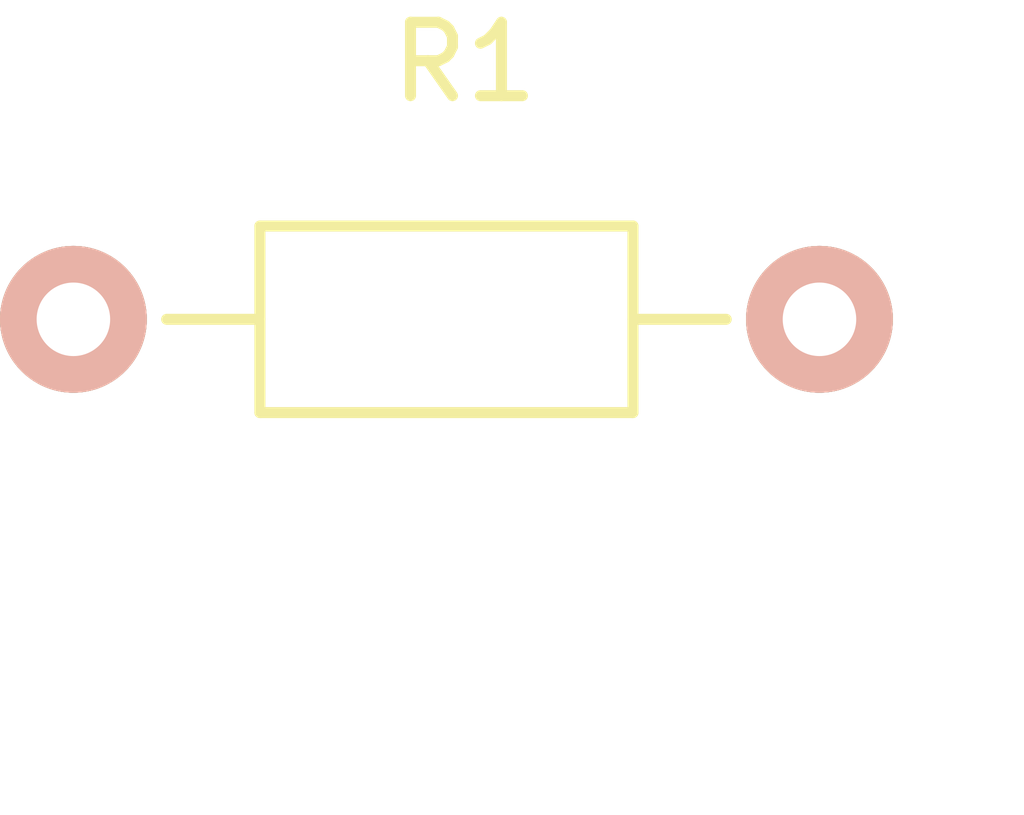
<source format=kicad_pcb>
(kicad_pcb (version 4) (host pcbnew 0.201502231246+5447~21~ubuntu14.04.1-product)

  (general
    (links 0)
    (no_connects 0)
    (area 0 0 0 0)
    (thickness 1.6)
    (drawings 0)
    (tracks 0)
    (zones 0)
    (modules 1)
    (nets 3)
  )

  (page A4)
  (layers
    (0 F.Cu signal)
    (31 B.Cu signal)
    (32 B.Adhes user)
    (33 F.Adhes user)
    (34 B.Paste user)
    (35 F.Paste user)
    (36 B.SilkS user)
    (37 F.SilkS user)
    (38 B.Mask user)
    (39 F.Mask user)
    (40 Dwgs.User user)
    (41 Cmts.User user)
    (42 Eco1.User user)
    (43 Eco2.User user)
    (44 Edge.Cuts user)
    (45 Margin user)
    (46 B.CrtYd user)
    (47 F.CrtYd user)
    (48 B.Fab user)
    (49 F.Fab user)
  )

  (setup
    (last_trace_width 0.254)
    (trace_clearance 0.254)
    (zone_clearance 0.508)
    (zone_45_only no)
    (trace_min 0.254)
    (segment_width 0.2)
    (edge_width 0.1)
    (via_size 0.889)
    (via_drill 0.635)
    (via_min_size 0.889)
    (via_min_drill 0.508)
    (uvia_size 0.508)
    (uvia_drill 0.127)
    (uvias_allowed no)
    (uvia_min_size 0.508)
    (uvia_min_drill 0.127)
    (pcb_text_width 0.3)
    (pcb_text_size 1.5 1.5)
    (mod_edge_width 0.15)
    (mod_text_size 1 1)
    (mod_text_width 0.15)
    (pad_size 1.5 1.5)
    (pad_drill 0.6)
    (pad_to_mask_clearance 0)
    (aux_axis_origin 0 0)
    (visible_elements FFFFF77F)
    (pcbplotparams
      (layerselection 0x00030_80000001)
      (usegerberextensions false)
      (excludeedgelayer true)
      (linewidth 0.100000)
      (plotframeref false)
      (viasonmask false)
      (mode 1)
      (useauxorigin false)
      (hpglpennumber 1)
      (hpglpenspeed 20)
      (hpglpendiameter 15)
      (hpglpenoverlay 2)
      (psnegative false)
      (psa4output false)
      (plotreference true)
      (plotvalue true)
      (plotinvisibletext false)
      (padsonsilk false)
      (subtractmaskfromsilk false)
      (outputformat 1)
      (mirror false)
      (drillshape 1)
      (scaleselection 1)
      (outputdirectory ""))
  )

  (net 0 "")
  (net 1 "Net-(R1-Pad1)")
  (net 2 "Net-(R1-Pad2)")

  (net_class Default "This is the default net class."
    (clearance 0.254)
    (trace_width 0.254)
    (via_dia 0.889)
    (via_drill 0.635)
    (uvia_dia 0.508)
    (uvia_drill 0.127)
    (add_net "Net-(R1-Pad1)")
    (add_net "Net-(R1-Pad2)")
  )

  (module Resistors_ThroughHole:Resistor_Horizontal_RM10mm (layer F.Cu) (tedit 5504D6AC) (tstamp 5504D6B5)
    (at 148.5011 105.0036)
    (descr "Resistor, Axial,  RM 10mm, 1/3W,")
    (tags "Resistor, Axial, RM 10mm, 1/3W,")
    (path /55050875)
    (fp_text reference R1 (at 0.24892 -3.50012) (layer F.SilkS)
      (effects (font (size 1 1) (thickness 0.15)))
    )
    (fp_text value 10k (at 6.3881 5.9182) (layer F.Fab)
      (effects (font (size 1 1) (thickness 0.15)))
    )
    (fp_line (start -2.54 -1.27) (end 2.54 -1.27) (layer F.SilkS) (width 0.15))
    (fp_line (start 2.54 -1.27) (end 2.54 1.27) (layer F.SilkS) (width 0.15))
    (fp_line (start 2.54 1.27) (end -2.54 1.27) (layer F.SilkS) (width 0.15))
    (fp_line (start -2.54 1.27) (end -2.54 -1.27) (layer F.SilkS) (width 0.15))
    (fp_line (start -2.54 0) (end -3.81 0) (layer F.SilkS) (width 0.15))
    (fp_line (start 2.54 0) (end 3.81 0) (layer F.SilkS) (width 0.15))
    (pad 1 thru_hole circle (at -5.08 0) (size 1.99898 1.99898) (drill 1.00076) (layers *.Cu *.SilkS *.Mask)
      (net 1 "Net-(R1-Pad1)"))
    (pad 2 thru_hole circle (at 5.08 0) (size 1.99898 1.99898) (drill 1.00076) (layers *.Cu *.SilkS *.Mask)
      (net 2 "Net-(R1-Pad2)"))
    (model Resistors_ThroughHole.3dshapes/Resistor_Horizontal_RM10mm.wrl
      (at (xyz 0 0 0))
      (scale (xyz 0.4 0.4 0.4))
      (rotate (xyz 0 0 0))
    )
  )

)

</source>
